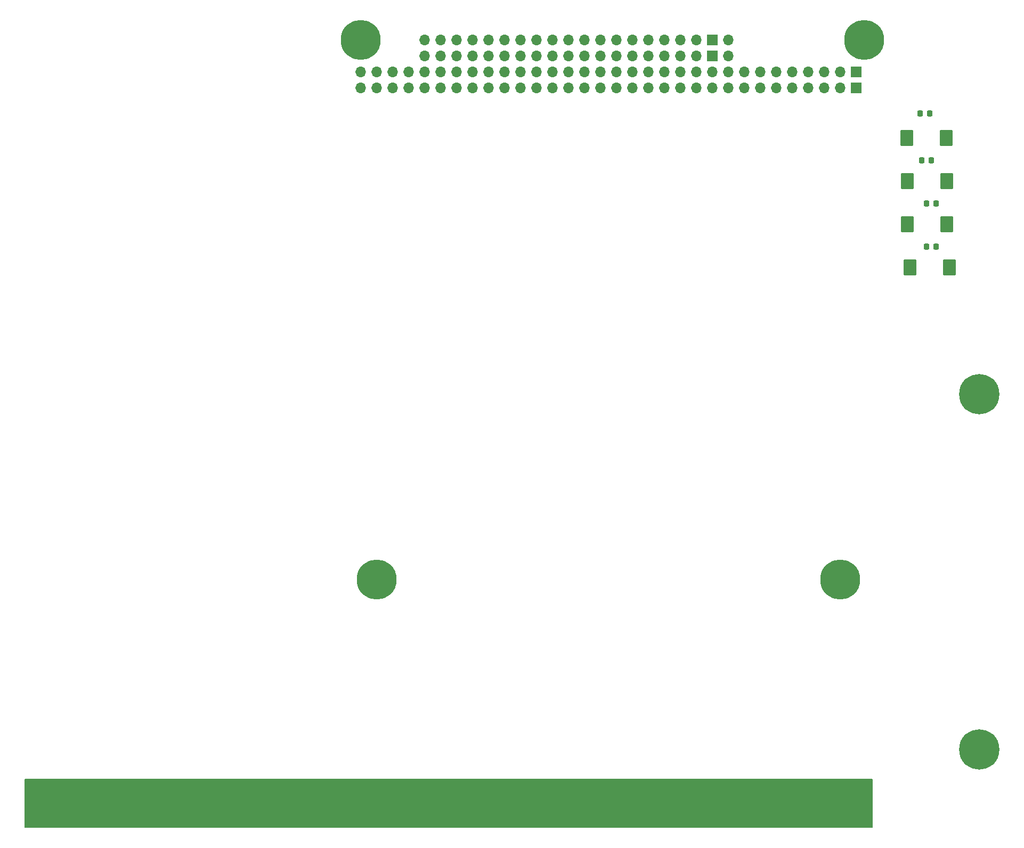
<source format=gbr>
%TF.GenerationSoftware,KiCad,Pcbnew,(7.0.0-0)*%
%TF.CreationDate,2023-03-28T15:20:12+02:00*%
%TF.ProjectId,PC104-ISA-Card,50433130-342d-4495-9341-2d436172642e,rev?*%
%TF.SameCoordinates,Original*%
%TF.FileFunction,Soldermask,Top*%
%TF.FilePolarity,Negative*%
%FSLAX46Y46*%
G04 Gerber Fmt 4.6, Leading zero omitted, Abs format (unit mm)*
G04 Created by KiCad (PCBNEW (7.0.0-0)) date 2023-03-28 15:20:12*
%MOMM*%
%LPD*%
G01*
G04 APERTURE LIST*
G04 Aperture macros list*
%AMRoundRect*
0 Rectangle with rounded corners*
0 $1 Rounding radius*
0 $2 $3 $4 $5 $6 $7 $8 $9 X,Y pos of 4 corners*
0 Add a 4 corners polygon primitive as box body*
4,1,4,$2,$3,$4,$5,$6,$7,$8,$9,$2,$3,0*
0 Add four circle primitives for the rounded corners*
1,1,$1+$1,$2,$3*
1,1,$1+$1,$4,$5*
1,1,$1+$1,$6,$7*
1,1,$1+$1,$8,$9*
0 Add four rect primitives between the rounded corners*
20,1,$1+$1,$2,$3,$4,$5,0*
20,1,$1+$1,$4,$5,$6,$7,0*
20,1,$1+$1,$6,$7,$8,$9,0*
20,1,$1+$1,$8,$9,$2,$3,0*%
G04 Aperture macros list end*
%ADD10C,0.200000*%
%ADD11RoundRect,0.250000X0.787500X1.025000X-0.787500X1.025000X-0.787500X-1.025000X0.787500X-1.025000X0*%
%ADD12RoundRect,0.225000X0.225000X0.250000X-0.225000X0.250000X-0.225000X-0.250000X0.225000X-0.250000X0*%
%ADD13C,0.800000*%
%ADD14C,6.400000*%
%ADD15RoundRect,0.225000X-0.225000X-0.250000X0.225000X-0.250000X0.225000X0.250000X-0.225000X0.250000X0*%
%ADD16RoundRect,0.250000X-0.787500X-1.025000X0.787500X-1.025000X0.787500X1.025000X-0.787500X1.025000X0*%
%ADD17R,1.780000X7.620000*%
%ADD18C,6.350000*%
%ADD19R,1.700000X1.700000*%
%ADD20O,1.700000X1.700000*%
G04 APERTURE END LIST*
D10*
X43420000Y-153730000D02*
X178040000Y-153730000D01*
X178040000Y-153730000D02*
X178040000Y-161350000D01*
X178040000Y-161350000D02*
X43420000Y-161350000D01*
X43420000Y-161350000D02*
X43420000Y-153730000D01*
G36*
X43420000Y-153730000D02*
G01*
X178040000Y-153730000D01*
X178040000Y-161350000D01*
X43420000Y-161350000D01*
X43420000Y-153730000D01*
G37*
D11*
%TO.C,C5*%
X189864000Y-65532000D03*
X183639000Y-65532000D03*
%TD*%
D12*
%TO.C,C6*%
X188214000Y-62230000D03*
X186664000Y-62230000D03*
%TD*%
D13*
%TO.C,H1*%
X192680000Y-149015000D03*
X193382944Y-147317944D03*
X193382944Y-150712056D03*
X195080000Y-146615000D03*
D14*
X195080000Y-149015000D03*
D13*
X195080000Y-151415000D03*
X196777056Y-147317944D03*
X196777056Y-150712056D03*
X197480000Y-149015000D03*
%TD*%
D15*
%TO.C,C4*%
X186664000Y-69088000D03*
X188214000Y-69088000D03*
%TD*%
%TO.C,C2*%
X185675000Y-47879000D03*
X187225000Y-47879000D03*
%TD*%
D12*
%TO.C,C8*%
X187478000Y-55372000D03*
X185928000Y-55372000D03*
%TD*%
D16*
%TO.C,C1*%
X183577500Y-51816000D03*
X189802500Y-51816000D03*
%TD*%
D13*
%TO.C,H2*%
X192680000Y-92500000D03*
X193382944Y-90802944D03*
X193382944Y-94197056D03*
X195080000Y-90100000D03*
D14*
X195080000Y-92500000D03*
D13*
X195080000Y-94900000D03*
X196777056Y-90802944D03*
X196777056Y-94197056D03*
X197480000Y-92500000D03*
%TD*%
D17*
%TO.C,J2*%
X175499999Y-157539999D03*
X172959999Y-157539999D03*
X170419999Y-157539999D03*
X167879999Y-157539999D03*
X165339999Y-157539999D03*
X162799999Y-157539999D03*
X160259999Y-157539999D03*
X157719999Y-157539999D03*
X155179999Y-157539999D03*
X152639999Y-157539999D03*
X150099999Y-157539999D03*
X147559999Y-157539999D03*
X145019999Y-157539999D03*
X142479999Y-157539999D03*
X139939999Y-157539999D03*
X137399999Y-157539999D03*
X134859999Y-157539999D03*
X132319999Y-157539999D03*
X129779999Y-157539999D03*
X127239999Y-157539999D03*
X124699999Y-157539999D03*
X122159999Y-157539999D03*
X119619999Y-157539999D03*
X117079999Y-157539999D03*
X114539999Y-157539999D03*
X111999999Y-157539999D03*
X109459999Y-157539999D03*
X106919999Y-157539999D03*
X104379999Y-157539999D03*
X101839999Y-157539999D03*
X99299999Y-157539999D03*
X89139999Y-157539999D03*
X86599999Y-157539999D03*
X84059999Y-157539999D03*
X81519999Y-157539999D03*
X78979999Y-157539999D03*
X76439999Y-157539999D03*
X73899999Y-157539999D03*
X71359999Y-157539999D03*
X68819999Y-157539999D03*
X66279999Y-157539999D03*
X63739999Y-157539999D03*
X61199999Y-157539999D03*
X58659999Y-157539999D03*
X56119999Y-157539999D03*
X53579999Y-157539999D03*
X51039999Y-157539999D03*
X48499999Y-157539999D03*
X45959999Y-157539999D03*
%TD*%
D18*
%TO.C,J1*%
X99300000Y-121980000D03*
X172960000Y-121980000D03*
X96760000Y-36250000D03*
X176770000Y-36250000D03*
D19*
X175499999Y-41329999D03*
D20*
X172959999Y-41329999D03*
X170419999Y-41329999D03*
X167879999Y-41329999D03*
X165339999Y-41329999D03*
X162799999Y-41329999D03*
X160259999Y-41329999D03*
X157719999Y-41329999D03*
X155179999Y-41329999D03*
X152639999Y-41329999D03*
X150099999Y-41329999D03*
X147559999Y-41329999D03*
X145019999Y-41329999D03*
X142479999Y-41329999D03*
X139939999Y-41329999D03*
X137399999Y-41329999D03*
X134859999Y-41329999D03*
X132319999Y-41329999D03*
X129779999Y-41329999D03*
X127239999Y-41329999D03*
X124699999Y-41329999D03*
X122159999Y-41329999D03*
X119619999Y-41329999D03*
X117079999Y-41329999D03*
X114539999Y-41329999D03*
X111999999Y-41329999D03*
X109459999Y-41329999D03*
X106919999Y-41329999D03*
X104379999Y-41329999D03*
X101839999Y-41329999D03*
X99299999Y-41329999D03*
X96759999Y-41329999D03*
D19*
X175499999Y-43869999D03*
D20*
X172959999Y-43869999D03*
X170419999Y-43869999D03*
X167879999Y-43869999D03*
X165339999Y-43869999D03*
X162799999Y-43869999D03*
X160259999Y-43869999D03*
X157719999Y-43869999D03*
X155179999Y-43869999D03*
X152639999Y-43869999D03*
X150099999Y-43869999D03*
X147559999Y-43869999D03*
X145019999Y-43869999D03*
X142479999Y-43869999D03*
X139939999Y-43869999D03*
X137399999Y-43869999D03*
X134859999Y-43869999D03*
X132319999Y-43869999D03*
X129779999Y-43869999D03*
X127239999Y-43869999D03*
X124699999Y-43869999D03*
X122159999Y-43869999D03*
X119619999Y-43869999D03*
X117079999Y-43869999D03*
X114539999Y-43869999D03*
X111999999Y-43869999D03*
X109459999Y-43869999D03*
X106919999Y-43869999D03*
X104379999Y-43869999D03*
X101839999Y-43869999D03*
X99299999Y-43869999D03*
X96759999Y-43869999D03*
X155179999Y-38789999D03*
D19*
X152639999Y-38789999D03*
D20*
X150099999Y-38789999D03*
X147559999Y-38789999D03*
X145019999Y-38789999D03*
X142479999Y-38789999D03*
X139939999Y-38789999D03*
X137399999Y-38789999D03*
X134859999Y-38789999D03*
X132319999Y-38789999D03*
X129779999Y-38789999D03*
X127239999Y-38789999D03*
X124699999Y-38789999D03*
X122159999Y-38789999D03*
X119619999Y-38789999D03*
X117079999Y-38789999D03*
X114539999Y-38789999D03*
X111999999Y-38789999D03*
X109459999Y-38789999D03*
X106919999Y-38789999D03*
X155179999Y-36249999D03*
D19*
X152639999Y-36249999D03*
D20*
X150099999Y-36249999D03*
X147559999Y-36249999D03*
X145019999Y-36249999D03*
X142479999Y-36249999D03*
X139939999Y-36249999D03*
X137399999Y-36249999D03*
X134859999Y-36249999D03*
X132319999Y-36249999D03*
X129779999Y-36249999D03*
X127239999Y-36249999D03*
X124699999Y-36249999D03*
X122159999Y-36249999D03*
X119619999Y-36249999D03*
X117079999Y-36249999D03*
X114539999Y-36249999D03*
X111999999Y-36249999D03*
X109459999Y-36249999D03*
X106919999Y-36249999D03*
%TD*%
D16*
%TO.C,C3*%
X184085500Y-72390000D03*
X190310500Y-72390000D03*
%TD*%
D11*
%TO.C,C7*%
X189864000Y-58674000D03*
X183639000Y-58674000D03*
%TD*%
M02*

</source>
